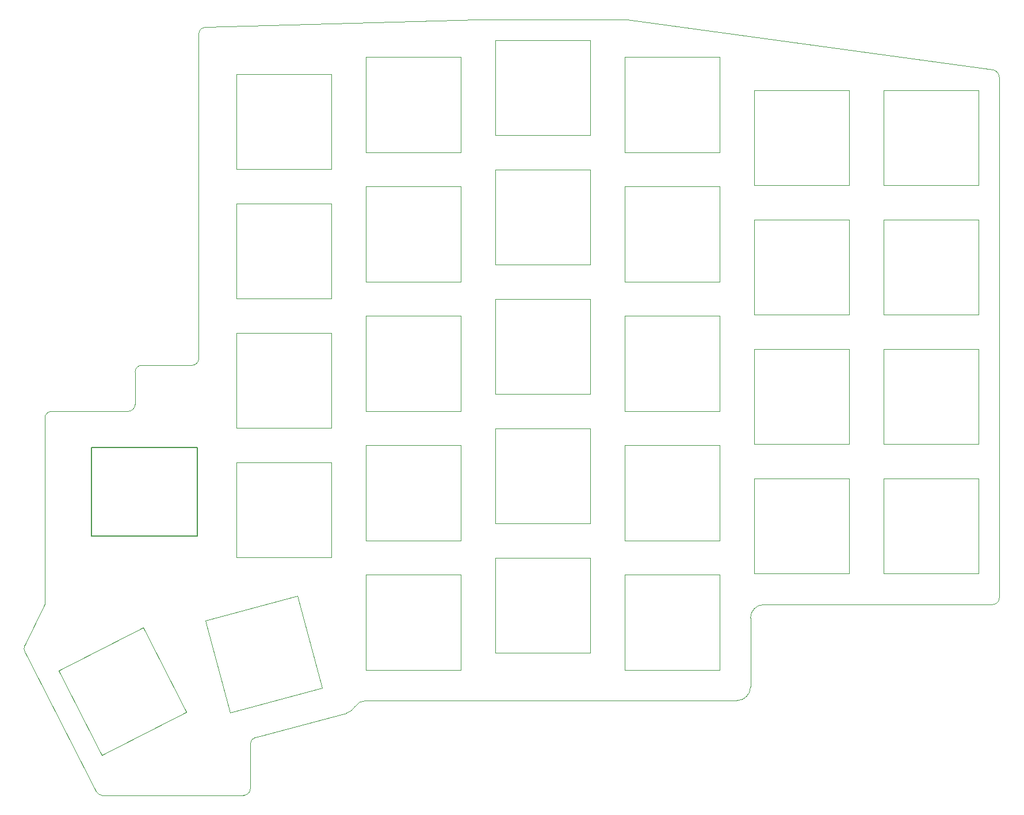
<source format=gbr>
%TF.GenerationSoftware,KiCad,Pcbnew,(7.0.0-0)*%
%TF.CreationDate,2023-04-09T16:08:55-07:00*%
%TF.ProjectId,Top,546f702e-6b69-4636-9164-5f7063625858,rev?*%
%TF.SameCoordinates,Original*%
%TF.FileFunction,Profile,NP*%
%FSLAX46Y46*%
G04 Gerber Fmt 4.6, Leading zero omitted, Abs format (unit mm)*
G04 Created by KiCad (PCBNEW (7.0.0-0)) date 2023-04-09 16:08:55*
%MOMM*%
%LPD*%
G01*
G04 APERTURE LIST*
%TA.AperFunction,Profile*%
%ADD10C,0.100000*%
%TD*%
%TA.AperFunction,Profile*%
%ADD11C,0.120000*%
%TD*%
%TA.AperFunction,Profile*%
%ADD12C,0.150000*%
%TD*%
G04 APERTURE END LIST*
D10*
X60777000Y-99040000D02*
G75*
G03*
X59777000Y-100040000I0J-1000000D01*
G01*
X56814647Y-133451224D02*
G75*
G03*
X56872032Y-134549982I1108653J-492976D01*
G01*
X72049107Y-99034212D02*
X60777000Y-99040000D01*
X89032000Y-155550000D02*
G75*
G03*
X90032000Y-154550000I0J1000000D01*
G01*
X89032000Y-155550000D02*
X68132000Y-155549999D01*
X83427000Y-42507100D02*
G75*
G03*
X82427000Y-43507107I0J-1000000D01*
G01*
X123502000Y-41340000D02*
X145452000Y-41340000D01*
X56814647Y-133451224D02*
X59777000Y-127390000D01*
X90792000Y-147020000D02*
X104185333Y-143457044D01*
X90792000Y-147020001D02*
G75*
G03*
X90032751Y-147990000I240000J-969999D01*
G01*
X72049107Y-99034207D02*
G75*
G03*
X73049107Y-98034212I-7J1000007D01*
G01*
X145452000Y-41340000D02*
X199283310Y-48740671D01*
X74049107Y-92257107D02*
G75*
G03*
X73049107Y-93257107I-7J-999993D01*
G01*
X165601949Y-127480019D02*
G75*
G03*
X163627000Y-129460000I10051J-1984981D01*
G01*
X81427000Y-92262900D02*
G75*
G03*
X82427000Y-91262893I0J1000000D01*
G01*
X107086214Y-141607053D02*
X123527000Y-141615000D01*
X142577000Y-141615000D02*
X123527000Y-141615000D01*
X107086214Y-141607065D02*
G75*
G03*
X105399747Y-142525192I-14J-2007935D01*
G01*
X74049107Y-92257107D02*
X81427000Y-92262893D01*
X82427000Y-91262893D02*
X82427000Y-43507107D01*
X199251999Y-127489999D02*
G75*
G03*
X200251999Y-126490000I1J999999D01*
G01*
X142577000Y-141615000D02*
X161627000Y-141615000D01*
X59777000Y-127390000D02*
X59777000Y-100040000D01*
X200251965Y-49890002D02*
X200251999Y-126490000D01*
X163627000Y-139615000D02*
X163627000Y-129460000D01*
X161627000Y-141615000D02*
G75*
G03*
X163627000Y-139615000I0J2000000D01*
G01*
X73049107Y-98034212D02*
X73049107Y-93257107D01*
X200251965Y-49890002D02*
G75*
G03*
X199283310Y-48740671I-1213165J-39598D01*
G01*
X165601949Y-127480019D02*
X199251999Y-127490000D01*
X90032751Y-147990000D02*
X90032000Y-154550000D01*
X83427000Y-42507107D02*
X123502000Y-41340000D01*
X67338529Y-155026975D02*
G75*
G03*
X68132000Y-155549998I963471J598275D01*
G01*
X104185334Y-143457043D02*
G75*
G03*
X105399745Y-142525192I-517634J1931843D01*
G01*
X56872032Y-134549982D02*
X67338528Y-155026976D01*
D11*
%TO.C,SW17*%
X178152000Y-103890000D02*
X164152000Y-103890000D01*
X164152000Y-103890000D02*
X164152000Y-89890000D01*
X164152000Y-89890000D02*
X178152000Y-89890000D01*
X178152000Y-89890000D02*
X178152000Y-103890000D01*
%TO.C,SW7*%
X101952000Y-82440000D02*
X87952000Y-82440000D01*
X87952000Y-82440000D02*
X87952000Y-68440000D01*
X87952000Y-68440000D02*
X101952000Y-68440000D01*
X101952000Y-68440000D02*
X101952000Y-82440000D01*
%TO.C,SW19*%
X101952000Y-120540000D02*
X87952000Y-120540000D01*
X87952000Y-120540000D02*
X87952000Y-106540000D01*
X87952000Y-106540000D02*
X101952000Y-106540000D01*
X101952000Y-106540000D02*
X101952000Y-120540000D01*
%TO.C,SW23*%
X178152000Y-122940000D02*
X164152000Y-122940000D01*
X164152000Y-122940000D02*
X164152000Y-108940000D01*
X164152000Y-108940000D02*
X178152000Y-108940000D01*
X178152000Y-108940000D02*
X178152000Y-122940000D01*
%TO.C,SW29*%
X140052000Y-134590000D02*
X126052000Y-134590000D01*
X126052000Y-134590000D02*
X126052000Y-120590000D01*
X126052000Y-120590000D02*
X140052000Y-120590000D01*
X140052000Y-120590000D02*
X140052000Y-134590000D01*
%TO.C,SW2*%
X121002000Y-60890000D02*
X107002000Y-60890000D01*
X107002000Y-60890000D02*
X107002000Y-46890000D01*
X107002000Y-46890000D02*
X121002000Y-46890000D01*
X121002000Y-46890000D02*
X121002000Y-60890000D01*
%TO.C,SW8*%
X121002000Y-79940000D02*
X107002000Y-79940000D01*
X107002000Y-79940000D02*
X107002000Y-65940000D01*
X107002000Y-65940000D02*
X121002000Y-65940000D01*
X121002000Y-65940000D02*
X121002000Y-79940000D01*
%TO.C,SW13*%
X101952000Y-101490000D02*
X87952000Y-101490000D01*
X87952000Y-101490000D02*
X87952000Y-87490000D01*
X87952000Y-87490000D02*
X101952000Y-87490000D01*
X101952000Y-87490000D02*
X101952000Y-101490000D01*
%TO.C,SW9*%
X140052000Y-77440000D02*
X126052000Y-77440000D01*
X126052000Y-77440000D02*
X126052000Y-63440000D01*
X126052000Y-63440000D02*
X140052000Y-63440000D01*
X140052000Y-63440000D02*
X140052000Y-77440000D01*
%TO.C,SW4*%
X159102000Y-60890000D02*
X145102000Y-60890000D01*
X145102000Y-60890000D02*
X145102000Y-46890000D01*
X145102000Y-46890000D02*
X159102000Y-46890000D01*
X159102000Y-46890000D02*
X159102000Y-60890000D01*
%TO.C,SW11*%
X178152000Y-84840000D02*
X164152000Y-84840000D01*
X164152000Y-84840000D02*
X164152000Y-70840000D01*
X164152000Y-70840000D02*
X178152000Y-70840000D01*
X178152000Y-70840000D02*
X178152000Y-84840000D01*
%TO.C,SW30*%
X159102000Y-137090000D02*
X145102000Y-137090000D01*
X145102000Y-137090000D02*
X145102000Y-123090000D01*
X145102000Y-123090000D02*
X159102000Y-123090000D01*
X159102000Y-123090000D02*
X159102000Y-137090000D01*
D12*
%TO.C,SW25*%
X82202000Y-117390000D02*
X82202000Y-104390000D01*
X82202000Y-104390000D02*
X66602000Y-104390000D01*
X66602000Y-117390000D02*
X82202000Y-117390000D01*
X66602000Y-110390000D02*
X66602000Y-117390000D01*
X66602000Y-104390000D02*
X66602000Y-110390000D01*
D11*
%TO.C,SW16*%
X159102000Y-98990000D02*
X145102000Y-98990000D01*
X145102000Y-98990000D02*
X145102000Y-84990000D01*
X145102000Y-84990000D02*
X159102000Y-84990000D01*
X159102000Y-84990000D02*
X159102000Y-98990000D01*
%TO.C,SW26*%
X68138634Y-149645788D02*
X61782767Y-137171697D01*
X61782767Y-137171697D02*
X74256858Y-130815830D01*
X74256858Y-130815830D02*
X80612725Y-143289921D01*
X80612725Y-143289921D02*
X68138634Y-149645788D01*
%TO.C,SW15*%
X140052000Y-96490000D02*
X126052000Y-96490000D01*
X126052000Y-96490000D02*
X126052000Y-82490000D01*
X126052000Y-82490000D02*
X140052000Y-82490000D01*
X140052000Y-82490000D02*
X140052000Y-96490000D01*
%TO.C,SW1*%
X101952000Y-63390000D02*
X87952000Y-63390000D01*
X87952000Y-63390000D02*
X87952000Y-49390000D01*
X87952000Y-49390000D02*
X101952000Y-49390000D01*
X101952000Y-49390000D02*
X101952000Y-63390000D01*
%TO.C,SW5*%
X178152000Y-65790000D02*
X164152000Y-65790000D01*
X164152000Y-65790000D02*
X164152000Y-51790000D01*
X164152000Y-51790000D02*
X178152000Y-51790000D01*
X178152000Y-51790000D02*
X178152000Y-65790000D01*
%TO.C,SW14*%
X121002000Y-98990000D02*
X107002000Y-98990000D01*
X107002000Y-98990000D02*
X107002000Y-84990000D01*
X107002000Y-84990000D02*
X121002000Y-84990000D01*
X121002000Y-84990000D02*
X121002000Y-98990000D01*
%TO.C,SW24*%
X197202000Y-122940000D02*
X183202000Y-122940000D01*
X183202000Y-122940000D02*
X183202000Y-108940000D01*
X183202000Y-108940000D02*
X197202000Y-108940000D01*
X197202000Y-108940000D02*
X197202000Y-122940000D01*
%TO.C,SW18*%
X197202000Y-103890000D02*
X183202000Y-103890000D01*
X183202000Y-103890000D02*
X183202000Y-89890000D01*
X183202000Y-89890000D02*
X197202000Y-89890000D01*
X197202000Y-89890000D02*
X197202000Y-103890000D01*
%TO.C,SW3*%
X140052000Y-58390000D02*
X126052000Y-58390000D01*
X126052000Y-58390000D02*
X126052000Y-44390000D01*
X126052000Y-44390000D02*
X140052000Y-44390000D01*
X140052000Y-44390000D02*
X140052000Y-58390000D01*
%TO.C,SW27*%
X100575214Y-139739747D02*
X87052253Y-143363214D01*
X87052253Y-143363214D02*
X83428786Y-129840253D01*
X83428786Y-129840253D02*
X96951747Y-126216786D01*
X96951747Y-126216786D02*
X100575214Y-139739747D01*
%TO.C,SW22*%
X159102000Y-118040000D02*
X145102000Y-118040000D01*
X145102000Y-118040000D02*
X145102000Y-104040000D01*
X145102000Y-104040000D02*
X159102000Y-104040000D01*
X159102000Y-104040000D02*
X159102000Y-118040000D01*
%TO.C,SW10*%
X159102000Y-79940000D02*
X145102000Y-79940000D01*
X145102000Y-79940000D02*
X145102000Y-65940000D01*
X145102000Y-65940000D02*
X159102000Y-65940000D01*
X159102000Y-65940000D02*
X159102000Y-79940000D01*
%TO.C,SW28*%
X121002000Y-137090000D02*
X107002000Y-137090000D01*
X107002000Y-137090000D02*
X107002000Y-123090000D01*
X107002000Y-123090000D02*
X121002000Y-123090000D01*
X121002000Y-123090000D02*
X121002000Y-137090000D01*
%TO.C,SW6*%
X197202000Y-65790000D02*
X183202000Y-65790000D01*
X183202000Y-65790000D02*
X183202000Y-51790000D01*
X183202000Y-51790000D02*
X197202000Y-51790000D01*
X197202000Y-51790000D02*
X197202000Y-65790000D01*
%TO.C,SW12*%
X197202000Y-84840000D02*
X183202000Y-84840000D01*
X183202000Y-84840000D02*
X183202000Y-70840000D01*
X183202000Y-70840000D02*
X197202000Y-70840000D01*
X197202000Y-70840000D02*
X197202000Y-84840000D01*
%TO.C,SW21*%
X140052000Y-115540000D02*
X126052000Y-115540000D01*
X126052000Y-115540000D02*
X126052000Y-101540000D01*
X126052000Y-101540000D02*
X140052000Y-101540000D01*
X140052000Y-101540000D02*
X140052000Y-115540000D01*
%TO.C,SW20*%
X121002000Y-118040000D02*
X107002000Y-118040000D01*
X107002000Y-118040000D02*
X107002000Y-104040000D01*
X107002000Y-104040000D02*
X121002000Y-104040000D01*
X121002000Y-104040000D02*
X121002000Y-118040000D01*
%TD*%
M02*

</source>
